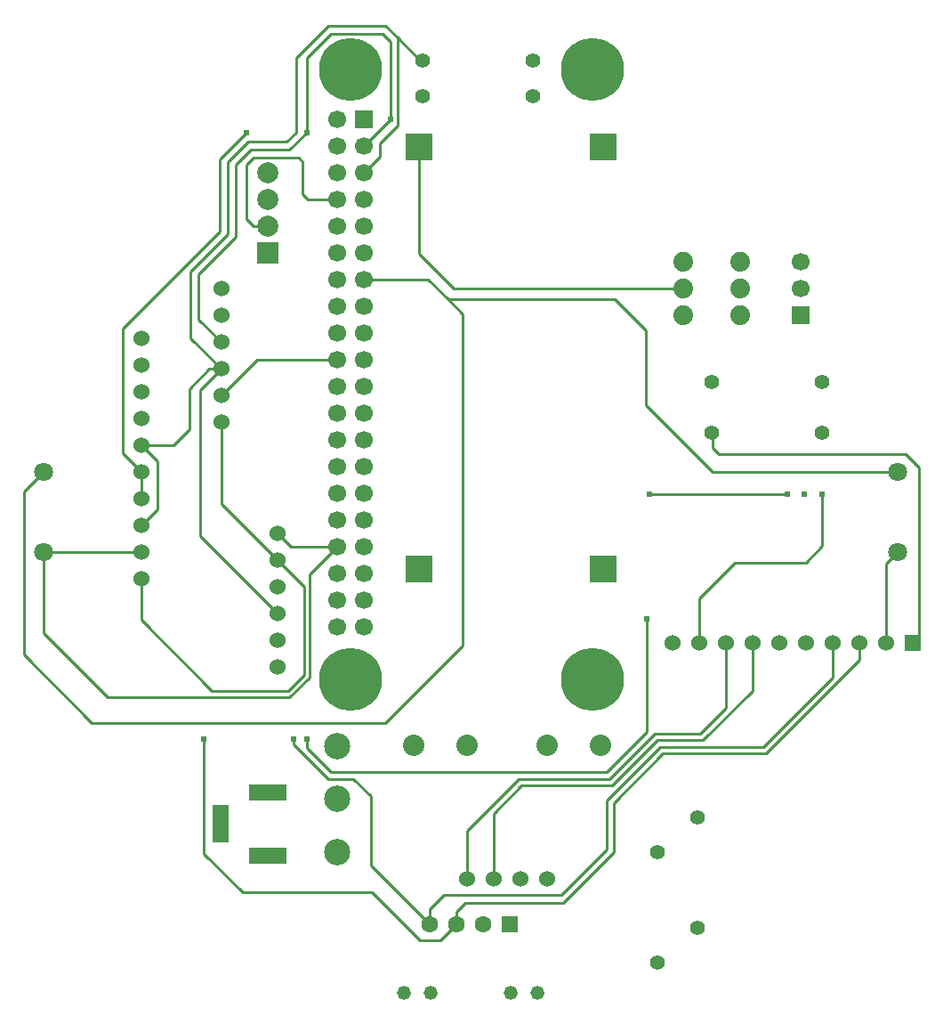
<source format=gtl>
G04 Layer: TopLayer*
G04 EasyEDA v6.5.40, 2024-07-29 16:52:19*
G04 dde3050a7ee44abca438c5715634e7ed,10*
G04 Gerber Generator version 0.2*
G04 Scale: 100 percent, Rotated: No, Reflected: No *
G04 Dimensions in millimeters *
G04 leading zeros omitted , absolute positions ,4 integer and 5 decimal *
%FSLAX45Y45*%
%MOMM*%

%AMMACRO1*21,1,$1,$2,0,0,$3*%
%ADD10C,0.2540*%
%ADD11C,1.8000*%
%ADD12C,1.7000*%
%ADD13C,6.0000*%
%ADD14MACRO1,1.6998X1.6998X-90.0000*%
%ADD15C,1.6000*%
%ADD16R,1.6000X1.6000*%
%ADD17C,1.3208*%
%ADD18MACRO1,1.6X3.5X-90.0000*%
%ADD19MACRO1,1.6X3.5X0.0000*%
%ADD20C,1.5240*%
%ADD21C,1.8796*%
%ADD22R,1.5240X1.5240*%
%ADD23R,1.7000X1.7000*%
%ADD24C,1.4000*%
%ADD25C,2.0320*%
%ADD26C,2.0000*%
%ADD27R,2.0000X2.0000*%
%ADD28R,2.5000X2.5000*%
%ADD29C,2.5000*%
%ADD30C,0.6200*%
%ADD31C,0.0100*%

%LPD*%
D10*
X4203700Y-1244600D02*
G01*
X4267200Y-1181100D01*
X4267200Y419100D01*
X4140200Y546100D01*
X2362200Y546100D01*
X2298700Y609600D01*
X2298700Y744981D01*
X2294381Y749300D01*
X3949700Y-1244600D02*
G01*
X3949700Y-494284D01*
X4064000Y-379984D01*
X-461490Y4292600D02*
G01*
X-482600Y4292600D01*
X-698500Y4508500D01*
X-2374900Y1104900D02*
G01*
X-2032558Y1447241D01*
X-1269260Y1447241D01*
X2019300Y2120900D02*
G01*
X-165100Y2120900D01*
X-495300Y2451100D01*
X-495300Y3467100D01*
X-38100Y-3492500D02*
G01*
X-38100Y-3035300D01*
X457200Y-2540000D01*
X1320800Y-2540000D01*
X1752600Y-2108200D01*
X2184400Y-2108200D01*
X2425700Y-1866900D01*
X2425700Y-1244600D01*
X215900Y-3492500D02*
G01*
X215900Y-2870200D01*
X482600Y-2603500D01*
X1346200Y-2603500D01*
X1778000Y-2171700D01*
X2209800Y-2171700D01*
X2679700Y-1701800D01*
X2679700Y-1244600D01*
X-4064000Y-379984D02*
G01*
X-3136900Y-381000D01*
X-3136900Y-635000D02*
G01*
X-3136900Y-1028700D01*
X-2463800Y-1701800D01*
X-1739900Y-1701800D01*
X-1587500Y-1549400D01*
X-1587500Y-711200D01*
X-1841500Y-457200D01*
X-3136900Y127000D02*
G01*
X-3136900Y381000D01*
X-3136900Y-127000D02*
G01*
X-2984500Y25400D01*
X-2984500Y482600D01*
X-3136900Y635000D01*
X-4064000Y-379984D02*
G01*
X-4064000Y-1155700D01*
X-3454400Y-1765300D01*
X-1727200Y-1765300D01*
X-1536700Y-1574800D01*
X-1536700Y-598170D01*
X-1269237Y-330707D01*
X-389889Y-3924300D02*
G01*
X-952500Y-3361689D01*
X-952500Y-2705100D01*
X-1117600Y-2540000D01*
X-1358900Y-2540000D01*
X-1689100Y-2209800D01*
X-1689100Y-2159000D01*
X-389889Y-3924300D02*
G01*
X-389889Y-3780789D01*
X-254000Y-3644900D01*
X863600Y-3644900D01*
X1295400Y-3213100D01*
X1295400Y-2743200D01*
X1803400Y-2235200D01*
X2781300Y-2235200D01*
X3441700Y-1574800D01*
X3441700Y-1244600D01*
X-135889Y-3924300D02*
G01*
X-135889Y-3806189D01*
X-50800Y-3721100D01*
X876300Y-3721100D01*
X1358900Y-3238500D01*
X1358900Y-2768600D01*
X1828800Y-2298700D01*
X2806700Y-2298700D01*
X3695700Y-1409700D01*
X3695700Y-1244600D01*
X-135991Y-3924300D02*
G01*
X-288391Y-4076700D01*
X-482600Y-4076700D01*
X-939800Y-3619500D01*
X-2171700Y-3619500D01*
X-2540000Y-3251200D01*
X-2540000Y-2159000D01*
X-3136900Y381000D02*
G01*
X-3314700Y558800D01*
X-3314700Y1739900D01*
X-2387600Y2667000D01*
X-2387600Y3352800D01*
X-2133600Y3606800D01*
X-3136900Y635000D02*
G01*
X-2832100Y635000D01*
X-2679700Y787400D01*
X-2679700Y1168400D01*
X-2489200Y1358900D01*
X-2374900Y1358900D01*
X-2374900Y1612900D02*
G01*
X-2590800Y1828800D01*
X-2590800Y2260600D01*
X-2235200Y2616200D01*
X-2235200Y3302000D01*
X-2095500Y3441700D01*
X-1727200Y3441700D01*
X-1562100Y3606800D01*
X4064000Y379984D02*
G01*
X2299715Y379984D01*
X1663700Y1016000D01*
X1663700Y1727200D01*
X1371600Y2019300D01*
X-215900Y2019300D01*
X-405892Y2209292D01*
X-1015237Y2209292D01*
X-215900Y2019300D02*
G01*
X-76200Y1879600D01*
X-76200Y-1270000D01*
X-812800Y-2006600D01*
X-3606800Y-2006600D01*
X-4254500Y-1358900D01*
X-4254500Y189484D01*
X-4064000Y379984D01*
X1676400Y-1016000D02*
G01*
X1676400Y-2095500D01*
X1295400Y-2476500D01*
X-1333500Y-2476500D01*
X-1562100Y-2247900D01*
X-1562100Y-2159000D01*
X-2374900Y1358900D02*
G01*
X-2667000Y1651000D01*
X-2667000Y2286000D01*
X-2311400Y2641600D01*
X-2311400Y3327400D01*
X-2120900Y3517900D01*
X-1752600Y3517900D01*
X-1663700Y3606800D01*
X-1663700Y4318000D01*
X-1358900Y4622800D01*
X-812800Y4622800D01*
X-698500Y4508500D01*
X-698500Y3670300D01*
X-863600Y3505200D01*
X-863600Y3376929D01*
X-1015237Y3225292D01*
X-1562100Y3606800D02*
G01*
X-1562100Y4318000D01*
X-1333500Y4546600D01*
X-838200Y4546600D01*
X-762000Y4470400D01*
X-762000Y3733800D01*
X-1015237Y3479292D01*
X3344418Y165100D02*
G01*
X3344418Y-325881D01*
X3187700Y-482600D01*
X2514600Y-482600D01*
X2171700Y-825500D01*
X2171700Y-1244600D01*
X1701800Y165100D02*
G01*
X3009900Y165100D01*
X-1841500Y-457200D02*
G01*
X-2374900Y76200D01*
X-2374900Y850900D01*
X-1841500Y-965200D02*
G01*
X-2578100Y-228600D01*
X-2578100Y1155700D01*
X-2374900Y1358900D01*
X-1841500Y-203200D02*
G01*
X-1713941Y-330758D01*
X-1269263Y-330758D01*
X-1930400Y2717800D02*
G01*
X-2070100Y2717800D01*
X-2133600Y2781300D01*
X-2133600Y3302000D01*
X-2070100Y3365500D01*
X-1638300Y3365500D01*
X-1600200Y3327400D01*
X-1600200Y3022600D01*
X-1548892Y2971292D01*
X-1269237Y2971292D01*
D11*
G01*
X4064000Y-379984D03*
G01*
X4064000Y380009D03*
G01*
X-4064000Y-379984D03*
G01*
X-4064000Y380009D03*
D12*
G01*
X-1015263Y-1092758D03*
D13*
G01*
X1154252Y-1596389D03*
G01*
X1154252Y4203700D03*
D12*
G01*
X-1269263Y-1092758D03*
G01*
X-1269263Y-838758D03*
G01*
X-1015263Y-838758D03*
G01*
X-1269263Y-584758D03*
G01*
X-1015263Y-584758D03*
G01*
X-1269263Y-330758D03*
G01*
X-1015263Y-330758D03*
G01*
X-1269263Y-76758D03*
G01*
X-1015263Y-76758D03*
G01*
X-1269263Y177241D03*
G01*
X-1015263Y177241D03*
G01*
X-1269263Y431241D03*
G01*
X-1015263Y431241D03*
G01*
X-1269263Y685241D03*
G01*
X-1015263Y685241D03*
G01*
X-1269263Y939241D03*
G01*
X-1015263Y939241D03*
G01*
X-1269263Y1193241D03*
G01*
X-1015263Y1193241D03*
G01*
X-1269263Y1447241D03*
G01*
X-1015263Y1447266D03*
G01*
X-1269263Y1701241D03*
G01*
X-1015263Y1701241D03*
G01*
X-1269263Y1955241D03*
G01*
X-1015263Y1955241D03*
G01*
X-1269263Y2209241D03*
G01*
X-1015263Y2209266D03*
G01*
X-1269263Y2463241D03*
G01*
X-1015263Y2463241D03*
G01*
X-1269263Y2717241D03*
G01*
X-1015263Y2717241D03*
G01*
X-1269263Y2971241D03*
G01*
X-1015263Y2971241D03*
G01*
X-1269263Y3225241D03*
G01*
X-1015263Y3225241D03*
G01*
X-1269263Y3479241D03*
G01*
X-1015263Y3479241D03*
G01*
X-1269263Y3733241D03*
D14*
G01*
X-1015268Y3733264D03*
D13*
G01*
X-1145743Y4203700D03*
G01*
X-1145743Y-1596389D03*
D15*
G01*
X118008Y-3924300D03*
D16*
G01*
X372008Y-3924300D03*
D15*
G01*
X-135991Y-3924300D03*
G01*
X-389991Y-3924300D03*
D17*
G01*
X635000Y-4572000D03*
G01*
X381000Y-4572000D03*
G01*
X-635000Y-4572000D03*
G01*
X-381000Y-4572000D03*
D18*
G01*
X-1930400Y-2667000D03*
G01*
X-1930400Y-3266998D03*
D19*
G01*
X-2380411Y-2966999D03*
D20*
G01*
X-3136900Y-635000D03*
G01*
X-3136900Y-381000D03*
G01*
X-3136900Y-127000D03*
G01*
X-3136900Y127000D03*
G01*
X-3136900Y381000D03*
G01*
X-3136900Y635000D03*
G01*
X-3136900Y889000D03*
G01*
X-3136900Y1143000D03*
G01*
X-3136900Y1397000D03*
G01*
X-3136900Y1651000D03*
D21*
G01*
X2019300Y1866900D03*
G01*
X2019300Y2120900D03*
G01*
X2019300Y2374900D03*
G01*
X2565400Y1866900D03*
G01*
X2565400Y2120900D03*
G01*
X2565400Y2374900D03*
D22*
G01*
X4203700Y-1244600D03*
D20*
G01*
X3949700Y-1244600D03*
G01*
X3695700Y-1244600D03*
G01*
X3441700Y-1244600D03*
G01*
X3187700Y-1244600D03*
G01*
X2933700Y-1244600D03*
G01*
X2679700Y-1244600D03*
G01*
X2425700Y-1244600D03*
G01*
X2171700Y-1244600D03*
G01*
X1917700Y-1244600D03*
D12*
G01*
X3136900Y2120900D03*
D23*
G01*
X3136900Y1866900D03*
D12*
G01*
X3136900Y2374900D03*
D24*
G01*
X-461492Y4292600D03*
G01*
X588492Y4292600D03*
G01*
X-461492Y3949700D03*
G01*
X588492Y3949700D03*
G01*
X2294407Y749300D03*
G01*
X3344392Y749300D03*
G01*
X3344392Y1231900D03*
G01*
X2294407Y1231900D03*
G01*
X1778000Y-3234207D03*
G01*
X1778000Y-4284192D03*
G01*
X2159000Y-2904007D03*
G01*
X2159000Y-3953992D03*
D20*
G01*
X-1841500Y-1473200D03*
G01*
X-1841500Y-1219200D03*
G01*
X-1841500Y-965200D03*
G01*
X-1841500Y-711200D03*
G01*
X-1841500Y-457200D03*
G01*
X-1841500Y-203200D03*
G01*
X-2374900Y2120900D03*
G01*
X-2374900Y1866900D03*
G01*
X-2374900Y1612900D03*
G01*
X-2374900Y1358900D03*
G01*
X-2374900Y1104900D03*
G01*
X-2374900Y850900D03*
G01*
X-38100Y-3492500D03*
G01*
X215900Y-3492500D03*
G01*
X469900Y-3492500D03*
G01*
X723900Y-3492500D03*
D25*
G01*
X-546100Y-2222500D03*
G01*
X-38100Y-2222500D03*
G01*
X723900Y-2222500D03*
G01*
X1231900Y-2222500D03*
D26*
G01*
X-1930400Y3225800D03*
G01*
X-1930400Y2971800D03*
G01*
X-1930400Y2717800D03*
D27*
G01*
X-1930400Y2463800D03*
D28*
G01*
X1257300Y-546100D03*
G01*
X-495300Y-546100D03*
G01*
X1257300Y3467100D03*
G01*
X-495300Y3467100D03*
D29*
G01*
X-1270000Y-2226513D03*
G01*
X-1270000Y-2730500D03*
G01*
X-1270000Y-3234512D03*
D30*
G01*
X1676400Y-1016000D03*
G01*
X-1562100Y-2159000D03*
G01*
X3344392Y165100D03*
G01*
X-2133600Y3606800D03*
G01*
X-1562100Y3606800D03*
G01*
X-2540000Y-2159000D03*
G01*
X-1689100Y-2159000D03*
G01*
X-762000Y3733800D03*
G01*
X3175000Y165100D03*
G01*
X1701800Y165100D03*
G01*
X3009900Y165100D03*
M02*

</source>
